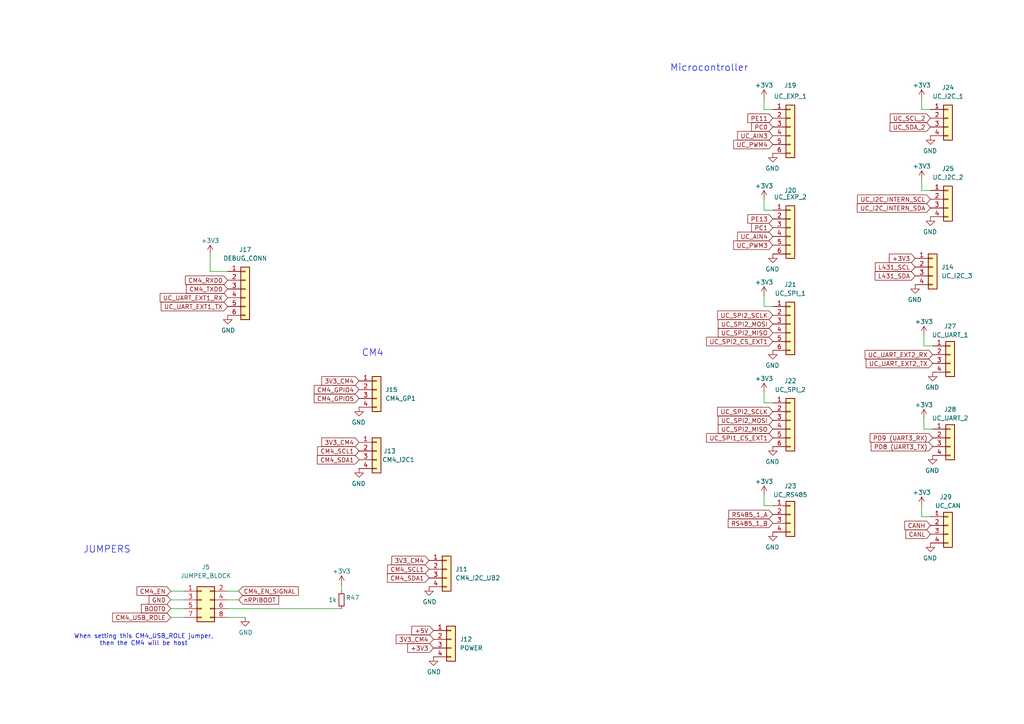
<source format=kicad_sch>
(kicad_sch (version 20250114) (generator "eeschema") (generator_version "9.0")
  (paper "A4")
  (lib_symbols
    (symbol "Conn_01x04_1" (pin_names (offset 1.016) (hide yes))
      (property "Reference" "J16" (at 0 8.255 0))
      (property "Value" "UC_UART_2" (at 0 5.715 0))
      (symbol "Conn_01x04_1_1_1"
        (rectangle (start -1.27 3.81) (end 1.27 -6.35) (stroke (width 0.254)) (fill (type background)))
        (rectangle (start -1.27 2.667) (end 0 2.413) (stroke (width 0.1524)))
        (rectangle (start -1.27 0.127) (end 0 -0.127) (stroke (width 0.1524)))
        (rectangle (start -1.27 -2.413) (end 0 -2.667) (stroke (width 0.1524)))
        (rectangle (start -1.27 -4.953) (end 0 -5.207) (stroke (width 0.1524)))
        (pin passive line (at -5.08 2.54 0) (length 3.81) (name "Pin_1") (number "1"))
        (pin passive line (at -5.08 0 0) (length 3.81) (name "Pin_2") (number "2"))
        (pin passive line (at -5.08 -2.54 0) (length 3.81) (name "Pin_3") (number "3"))
        (pin passive line (at -5.08 -5.08 0) (length 3.81) (name "Pin_4") (number "4"))
      )
    )
    (symbol "Connector_Generic:Conn_01x04" (pin_names (offset 1.016) (hide yes))
      (property "Reference" "J" (at 0 5.08 0))
      (property "Value" "Conn_01x04" (at 0 -7.62 0))
      (symbol "Conn_01x04_1_1"
        (rectangle (start -1.27 3.81) (end 1.27 -6.35) (stroke (width 0.254)) (fill (type background)))
        (rectangle (start -1.27 2.667) (end 0 2.413) (stroke (width 0.1524)))
        (rectangle (start -1.27 0.127) (end 0 -0.127) (stroke (width 0.1524)))
        (rectangle (start -1.27 -2.413) (end 0 -2.667) (stroke (width 0.1524)))
        (rectangle (start -1.27 -4.953) (end 0 -5.207) (stroke (width 0.1524)))
        (pin passive line (at -5.08 2.54 0) (length 3.81) (name "Pin_1") (number "1"))
        (pin passive line (at -5.08 0 0) (length 3.81) (name "Pin_2") (number "2"))
        (pin passive line (at -5.08 -2.54 0) (length 3.81) (name "Pin_3") (number "3"))
        (pin passive line (at -5.08 -5.08 0) (length 3.81) (name "Pin_4") (number "4"))
      )
    )
    (symbol "Connector_Generic:Conn_01x06" (pin_names (offset 1.016) (hide yes))
      (property "Reference" "J" (at 0 7.62 0))
      (property "Value" "Conn_01x06" (at 0 -10.16 0))
      (symbol "Conn_01x06_1_1"
        (rectangle (start -1.27 6.35) (end 1.27 -8.89) (stroke (width 0.254)) (fill (type background)))
        (rectangle (start -1.27 5.207) (end 0 4.953) (stroke (width 0.1524)))
        (rectangle (start -1.27 2.667) (end 0 2.413) (stroke (width 0.1524)))
        (rectangle (start -1.27 0.127) (end 0 -0.127) (stroke (width 0.1524)))
        (rectangle (start -1.27 -2.413) (end 0 -2.667) (stroke (width 0.1524)))
        (rectangle (start -1.27 -4.953) (end 0 -5.207) (stroke (width 0.1524)))
        (rectangle (start -1.27 -7.493) (end 0 -7.747) (stroke (width 0.1524)))
        (pin passive line (at -5.08 5.08 0) (length 3.81) (name "Pin_1") (number "1"))
        (pin passive line (at -5.08 2.54 0) (length 3.81) (name "Pin_2") (number "2"))
        (pin passive line (at -5.08 0 0) (length 3.81) (name "Pin_3") (number "3"))
        (pin passive line (at -5.08 -2.54 0) (length 3.81) (name "Pin_4") (number "4"))
        (pin passive line (at -5.08 -5.08 0) (length 3.81) (name "Pin_5") (number "5"))
        (pin passive line (at -5.08 -7.62 0) (length 3.81) (name "Pin_6") (number "6"))
      )
    )
    (symbol "Connector_Generic:Conn_02x04_Odd_Even" (pin_names (offset 1.016) (hide yes))
      (property "Reference" "J" (at 1.27 5.08 0))
      (property "Value" "Conn_02x04_Odd_Even" (at 1.27 -7.62 0))
      (symbol "Conn_02x04_Odd_Even_1_1"
        (rectangle (start -1.27 3.81) (end 3.81 -6.35) (stroke (width 0.254)) (fill (type background)))
        (rectangle (start -1.27 2.667) (end 0 2.413) (stroke (width 0.1524)))
        (rectangle (start -1.27 0.127) (end 0 -0.127) (stroke (width 0.1524)))
        (rectangle (start -1.27 -2.413) (end 0 -2.667) (stroke (width 0.1524)))
        (rectangle (start -1.27 -4.953) (end 0 -5.207) (stroke (width 0.1524)))
        (rectangle (start 3.81 2.667) (end 2.54 2.413) (stroke (width 0.1524)))
        (rectangle (start 3.81 0.127) (end 2.54 -0.127) (stroke (width 0.1524)))
        (rectangle (start 3.81 -2.413) (end 2.54 -2.667) (stroke (width 0.1524)))
        (rectangle (start 3.81 -4.953) (end 2.54 -5.207) (stroke (width 0.1524)))
        (pin passive line (at -5.08 2.54 0) (length 3.81) (name "Pin_1") (number "1"))
        (pin passive line (at -5.08 0 0) (length 3.81) (name "Pin_3") (number "3"))
        (pin passive line (at -5.08 -2.54 0) (length 3.81) (name "Pin_5") (number "5"))
        (pin passive line (at -5.08 -5.08 0) (length 3.81) (name "Pin_7") (number "7"))
        (pin passive line (at 7.62 2.54 180) (length 3.81) (name "Pin_2") (number "2"))
        (pin passive line (at 7.62 0 180) (length 3.81) (name "Pin_4") (number "4"))
        (pin passive line (at 7.62 -2.54 180) (length 3.81) (name "Pin_6") (number "6"))
        (pin passive line (at 7.62 -5.08 180) (length 3.81) (name "Pin_8") (number "8"))
      )
    )
    (symbol "Device:R_Small" (pin_numbers (hide yes)) (pin_names (offset 0.254) (hide yes))
      (property "Reference" "R" (at 0.762 0.508 0))
      (property "Value" "R_Small" (at 0.762 -1.016 0))
      (symbol "R_Small_0_1"
        (rectangle (start -0.762 1.778) (end 0.762 -1.778) (stroke (width 0.2032)))
      )
      (symbol "R_Small_1_1"
        (pin passive line (at 0 2.54 270) (length 0.762) (name "~") (number "1"))
        (pin passive line (at 0 -2.54 90) (length 0.762) (name "~") (number "2"))
      )
    )
    (symbol "power:+3V3" (power) (pin_names (offset 0))
      (property "Value" "+3V3" (at 0 3.556 0))
      (symbol "+3V3_0_1"
        (polyline (pts (xy -0.762 1.27) (xy 0 2.54)))
        (polyline (pts (xy 0 2.54) (xy 0.762 1.27)))
        (polyline (pts (xy 0 0) (xy 0 2.54)))
      )
      (symbol "+3V3_1_1"
        (pin power_in line (at 0 0 90) (length 0) (hide yes) (name "+3V3") (number "1"))
      )
    )
    (symbol "power:GND" (power) (pin_names (offset 0))
      (property "Value" "GND" (at 0 -3.81 0))
      (symbol "GND_0_1"
        (polyline (pts (xy 0 0) (xy 0 -1.27) (xy 1.27 -1.27) (xy 0 -2.54) (xy -1.27 -1.27) (xy 0 -1.27)))
      )
      (symbol "GND_1_1"
        (pin power_in line (at 0 0 270) (length 0) (hide yes) (name "GND") (number "1"))
      )
    )
  )
  (text "When setting this CM4_USB_ROLE jumper,\nthen the CM4 will be host" (at 41.656 185.674 0) (effects (font (size 1.27 1.27))))
  (text "JUMPERS" (at 24.13 160.655 0) (effects (font (size 2 2)) (justify left bottom)))
  (text "CM4" (at 104.902 103.632 0) (effects (font (size 2 2)) (justify left bottom)))
  (text "Microcontroller" (at 194.31 20.955 0) (effects (font (size 2 2)) (justify left bottom)))
  (wire (pts (xy 267.97 97.155) (xy 267.97 100.33)))
  (wire (pts (xy 221.615 57.785) (xy 221.615 60.96)))
  (wire (pts (xy 267.335 55.245) (xy 269.875 55.245)))
  (wire (pts (xy 267.335 31.75) (xy 269.875 31.75)))
  (wire (pts (xy 221.615 60.96) (xy 224.155 60.96)))
  (wire (pts (xy 221.615 116.84) (xy 224.155 116.84)))
  (wire (pts (xy 221.615 113.665) (xy 221.615 116.84)))
  (wire (pts (xy 221.615 85.725) (xy 221.615 88.9)))
  (wire (pts (xy 221.615 143.51) (xy 221.615 146.685)))
  (wire (pts (xy 66.04 179.07) (xy 71.12 179.07)))
  (wire (pts (xy 66.04 171.45) (xy 69.215 171.45)))
  (wire (pts (xy 267.335 28.575) (xy 267.335 31.75)))
  (wire (pts (xy 49.53 173.99) (xy 53.34 173.99)))
  (wire (pts (xy 49.53 176.53) (xy 53.34 176.53)))
  (wire (pts (xy 267.97 124.46) (xy 270.51 124.46)))
  (wire (pts (xy 221.615 146.685) (xy 224.155 146.685)))
  (wire (pts (xy 221.615 31.75) (xy 224.155 31.75)))
  (wire (pts (xy 221.615 88.9) (xy 224.155 88.9)))
  (wire (pts (xy 267.335 52.07) (xy 267.335 55.245)))
  (wire (pts (xy 60.96 78.74) (xy 66.04 78.74)))
  (wire (pts (xy 49.53 171.45) (xy 53.34 171.45)))
  (wire (pts (xy 66.04 176.53) (xy 99.06 176.53)))
  (wire (pts (xy 69.215 173.99) (xy 66.04 173.99)))
  (wire (pts (xy 267.97 121.285) (xy 267.97 124.46)))
  (wire (pts (xy 99.06 171.45) (xy 99.06 169.545)))
  (wire (pts (xy 267.335 149.86) (xy 269.875 149.86)))
  (wire (pts (xy 221.615 28.575) (xy 221.615 31.75)))
  (wire (pts (xy 267.335 146.685) (xy 267.335 149.86)))
  (wire (pts (xy 60.96 73.66) (xy 60.96 78.74)))
  (wire (pts (xy 267.97 100.33) (xy 270.51 100.33)))
  (wire (pts (xy 49.53 179.07) (xy 53.34 179.07)))
  (global_label "CM4_SDA1" (shape input) (at 124.46 167.64 180) (property "Intersheetrefs" "${INTERSHEET_REFS}" (effects (hide yes))))
  (global_label "GND" (shape input) (at 49.53 173.99 180) (property "Intersheetrefs" "${INTERSHEET_REFS}" (effects (hide yes))))
  (global_label "3V3_CM4" (shape input) (at 125.73 185.42 180) (property "Intersheetrefs" "${INTERSHEET_REFS}" (effects (hide yes))))
  (global_label "CM4_TXD0" (shape input) (at 66.04 83.82 180) (property "Intersheetrefs" "${INTERSHEET_REFS}" (effects (hide yes))))
  (global_label "+3V3" (shape input) (at 265.43 74.93 180) (property "Intersheetrefs" "${INTERSHEET_REFS}" (effects (hide yes))))
  (global_label "PE13" (shape input) (at 224.155 63.5 180) (property "Intersheetrefs" "${INTERSHEET_REFS}" (effects (hide yes))))
  (global_label "3V3_CM4" (shape input) (at 104.14 110.49 180) (property "Intersheetrefs" "${INTERSHEET_REFS}" (effects (hide yes))))
  (global_label "+3V3" (shape input) (at 125.73 187.96 180) (property "Intersheetrefs" "${INTERSHEET_REFS}" (effects (hide yes))))
  (global_label "UC_PWM3" (shape input) (at 224.155 71.12 180) (property "Intersheetrefs" "${INTERSHEET_REFS}" (effects (hide yes))))
  (global_label "UC_SPI2_CS_EXT1" (shape input) (at 224.155 99.06 180) (property "Intersheetrefs" "${INTERSHEET_REFS}" (effects (hide yes))))
  (global_label "UC_I2C_INTERN_SDA" (shape input) (at 269.875 60.325 180) (property "Intersheetrefs" "${INTERSHEET_REFS}" (effects (hide yes))))
  (global_label "PE11" (shape input) (at 224.155 34.29 180) (property "Intersheetrefs" "${INTERSHEET_REFS}" (effects (hide yes))))
  (global_label "CM4_GPIO4" (shape input) (at 104.14 113.03 180) (property "Intersheetrefs" "${INTERSHEET_REFS}" (effects (hide yes))))
  (global_label "UC_UART_EXT2_RX" (shape input) (at 270.51 102.87 180) (property "Intersheetrefs" "${INTERSHEET_REFS}" (effects (hide yes))))
  (global_label "UC_UART_EXT2_TX" (shape input) (at 270.51 105.41 180) (property "Intersheetrefs" "${INTERSHEET_REFS}" (effects (hide yes))))
  (global_label "L431_SDA" (shape input) (at 265.43 80.01 180) (property "Intersheetrefs" "${INTERSHEET_REFS}" (effects (hide yes))))
  (global_label "CM4_USB_ROLE" (shape input) (at 49.53 179.07 180) (property "Intersheetrefs" "${INTERSHEET_REFS}" (effects (hide yes))))
  (global_label "UC_SPI2_MISO" (shape input) (at 224.155 124.46 180) (property "Intersheetrefs" "${INTERSHEET_REFS}" (effects (hide yes))))
  (global_label "PD8 (UART3_TX)" (shape input) (at 270.51 129.54 180) (property "Intersheetrefs" "${INTERSHEET_REFS}" (effects (hide yes))))
  (global_label "UC_SPI2_MOSI" (shape input) (at 224.155 93.98 180) (property "Intersheetrefs" "${INTERSHEET_REFS}" (effects (hide yes))))
  (global_label "CANL" (shape input) (at 269.875 154.94 180) (property "Intersheetrefs" "${INTERSHEET_REFS}" (effects (hide yes))))
  (global_label "UC_SPI2_SCLK" (shape input) (at 224.155 91.44 180) (property "Intersheetrefs" "${INTERSHEET_REFS}" (effects (hide yes))))
  (global_label "nRPIBOOT" (shape input) (at 69.215 173.99 0) (property "Intersheetrefs" "${INTERSHEET_REFS}" (effects (hide yes))))
  (global_label "CM4_GPIO5" (shape input) (at 104.14 115.57 180) (property "Intersheetrefs" "${INTERSHEET_REFS}" (effects (hide yes))))
  (global_label "PD9 (UART3_RX)" (shape input) (at 270.51 127 180) (property "Intersheetrefs" "${INTERSHEET_REFS}" (effects (hide yes))))
  (global_label "CM4_RXD0" (shape input) (at 66.04 81.28 180) (property "Intersheetrefs" "${INTERSHEET_REFS}" (effects (hide yes))))
  (global_label "UC_AIN3" (shape input) (at 224.155 39.37 180) (property "Intersheetrefs" "${INTERSHEET_REFS}" (effects (hide yes))))
  (global_label "CM4_SDA1" (shape input) (at 104.14 133.35 180) (property "Intersheetrefs" "${INTERSHEET_REFS}" (effects (hide yes))))
  (global_label "UC_I2C_INTERN_SCL" (shape input) (at 269.875 57.785 180) (property "Intersheetrefs" "${INTERSHEET_REFS}" (effects (hide yes))))
  (global_label "PC1" (shape input) (at 224.155 66.04 180) (property "Intersheetrefs" "${INTERSHEET_REFS}" (effects (hide yes))))
  (global_label "L431_SCL" (shape input) (at 265.43 77.47 180) (property "Intersheetrefs" "${INTERSHEET_REFS}" (effects (hide yes))))
  (global_label "UC_SPI1_CS_EXT1" (shape input) (at 224.155 127 180) (property "Intersheetrefs" "${INTERSHEET_REFS}" (effects (hide yes))))
  (global_label "CM4_EN_SIGNAL" (shape input) (at 69.215 171.45 0) (property "Intersheetrefs" "${INTERSHEET_REFS}" (effects (hide yes))))
  (global_label "UC_SPI2_MISO" (shape input) (at 224.155 96.52 180) (property "Intersheetrefs" "${INTERSHEET_REFS}" (effects (hide yes))))
  (global_label "CANH" (shape input) (at 269.875 152.4 180) (property "Intersheetrefs" "${INTERSHEET_REFS}" (effects (hide yes))))
  (global_label "UC_SPI2_MOSI" (shape input) (at 224.155 121.92 180) (property "Intersheetrefs" "${INTERSHEET_REFS}" (effects (hide yes))))
  (global_label "CM4_SCL1" (shape input) (at 104.14 130.81 180) (property "Intersheetrefs" "${INTERSHEET_REFS}" (effects (hide yes))))
  (global_label "3V3_CM4" (shape input) (at 104.14 128.27 180) (property "Intersheetrefs" "${INTERSHEET_REFS}" (effects (hide yes))))
  (global_label "PC0" (shape input) (at 224.155 36.83 180) (property "Intersheetrefs" "${INTERSHEET_REFS}" (effects (hide yes))))
  (global_label "UC_SDA_2" (shape input) (at 269.875 36.83 180) (property "Intersheetrefs" "${INTERSHEET_REFS}" (effects (hide yes))))
  (global_label "BOOT0" (shape input) (at 49.53 176.53 180) (property "Intersheetrefs" "${INTERSHEET_REFS}" (effects (hide yes))))
  (global_label "+5V" (shape input) (at 125.73 182.88 180) (property "Intersheetrefs" "${INTERSHEET_REFS}" (effects (hide yes))))
  (global_label "UC_AIN4" (shape input) (at 224.155 68.58 180) (property "Intersheetrefs" "${INTERSHEET_REFS}" (effects (hide yes))))
  (global_label "RS485_1_A" (shape input) (at 224.155 149.225 180) (property "Intersheetrefs" "${INTERSHEET_REFS}" (effects (hide yes))))
  (global_label "RS485_1_B" (shape input) (at 224.155 151.765 180) (property "Intersheetrefs" "${INTERSHEET_REFS}" (effects (hide yes))))
  (global_label "UC_PWM4" (shape input) (at 224.155 41.91 180) (property "Intersheetrefs" "${INTERSHEET_REFS}" (effects (hide yes))))
  (global_label "UC_SPI2_SCLK" (shape input) (at 224.155 119.38 180) (property "Intersheetrefs" "${INTERSHEET_REFS}" (effects (hide yes))))
  (global_label "3V3_CM4" (shape input) (at 124.46 162.56 180) (property "Intersheetrefs" "${INTERSHEET_REFS}" (effects (hide yes))))
  (global_label "CM4_EN" (shape input) (at 49.53 171.45 180) (property "Intersheetrefs" "${INTERSHEET_REFS}" (effects (hide yes))))
  (global_label "UC_SCL_2" (shape input) (at 269.875 34.29 180) (property "Intersheetrefs" "${INTERSHEET_REFS}" (effects (hide yes))))
  (global_label "UC_UART_EXT1_RX" (shape input) (at 66.04 86.36 180) (property "Intersheetrefs" "${INTERSHEET_REFS}" (effects (hide yes))))
  (global_label "CM4_SCL1" (shape input) (at 124.46 165.1 180) (property "Intersheetrefs" "${INTERSHEET_REFS}" (effects (hide yes))))
  (global_label "UC_UART_EXT1_TX" (shape input) (at 66.04 88.9 180) (property "Intersheetrefs" "${INTERSHEET_REFS}" (effects (hide yes))))
  (symbol (lib_id "Connector_Generic:Conn_01x04") (at 109.22 130.81 0) (unit 1)
    (property "Reference" "J13" (at 113.03 130.81 0))
    (property "Value" "CM4_I2C1" (at 115.57 133.35 0))
    (property "Footprint" "Connector_JST:JST_GH_BM04B-GHS-TBT_1x04-1MP_P1.25mm_Vertical" (effects (hide yes)))
  )
  (symbol (lib_id "power:+3V3") (at 267.97 97.155 0) (unit 1)
    (property "Reference" "#PWR0111" (effects (hide yes)))
    (property "Value" "+3V3" (at 267.9729 93.3056 0))
  )
  (symbol (lib_id "power:GND") (at 265.43 82.55 0) (mirror y) (unit 1)
    (property "Reference" "#PWR076" (effects (hide yes)))
    (property "Value" "GND" (at 265.303 86.9442 0))
  )
  (symbol (lib_name "Conn_01x04_1") (lib_id "Connector_Generic:Conn_01x04") (at 275.59 127 0) (unit 1)
    (property "Reference" "J28" (at 275.59 118.745 0))
    (property "Value" "UC_UART_2" (at 275.59 121.285 0))
    (property "Footprint" "Connector_JST:JST_GH_BM04B-GHS-TBT_1x04-1MP_P1.25mm_Vertical" (effects (hide yes)))
  )
  (symbol (lib_id "power:GND") (at 269.875 39.37 0) (mirror y) (unit 1)
    (property "Reference" "#PWR0114" (effects (hide yes)))
    (property "Value" "GND" (at 269.748 43.7642 0))
  )
  (symbol (lib_id "power:GND") (at 270.51 107.95 0) (mirror y) (unit 1)
    (property "Reference" "#PWR0117" (effects (hide yes)))
    (property "Value" "GND" (at 270.383 112.3442 0))
  )
  (symbol (lib_id "power:GND") (at 224.155 129.54 0) (mirror y) (unit 1)
    (property "Reference" "#PWR0106" (effects (hide yes)))
    (property "Value" "GND" (at 224.028 133.9342 0))
  )
  (symbol (lib_id "Connector_Generic:Conn_01x04") (at 274.955 152.4 0) (unit 1)
    (property "Reference" "J29" (at 274.32 144.145 0))
    (property "Value" "UC_CAN" (at 274.955 146.685 0))
    (property "Footprint" "Connector_JST:JST_GH_BM04B-GHS-TBT_1x04-1MP_P1.25mm_Vertical" (effects (hide yes)))
  )
  (symbol (lib_id "power:GND") (at 269.875 157.48 0) (mirror y) (unit 1)
    (property "Reference" "#PWR0119" (effects (hide yes)))
    (property "Value" "GND" (at 269.748 161.8742 0))
  )
  (symbol (lib_id "power:GND") (at 224.155 101.6 0) (mirror y) (unit 1)
    (property "Reference" "#PWR0105" (effects (hide yes)))
    (property "Value" "GND" (at 224.028 105.9942 0))
  )
  (symbol (lib_id "Device:R_Small") (at 99.06 173.99 0) (unit 1)
    (property "Reference" "R47" (at 100.33 173.355 0) (effects (justify left)))
    (property "Value" "1k" (at 95.25 173.99 0) (effects (justify left)))
    (property "Footprint" "Resistor_SMD:R_0603_1608Metric" (effects (hide yes)))
  )
  (symbol (lib_id "Connector_Generic:Conn_01x06") (at 229.235 121.92 0) (unit 1)
    (property "Reference" "J22" (at 229.235 110.49 0))
    (property "Value" "UC_SPI_2" (at 229.235 113.03 0))
    (property "Footprint" "Connector_JST:JST_GH_BM06B-GHS-TBT_1x06-1MP_P1.25mm_Vertical" (effects (hide yes)))
  )
  (symbol (lib_id "Connector_Generic:Conn_01x04") (at 275.59 102.87 0) (unit 1)
    (property "Reference" "J27" (at 275.59 94.615 0))
    (property "Value" "UC_UART_1" (at 275.59 97.155 0))
    (property "Footprint" "Connector_JST:JST_GH_BM04B-GHS-TBT_1x04-1MP_P1.25mm_Vertical" (effects (hide yes)))
  )
  (symbol (lib_id "Connector_Generic:Conn_01x04") (at 129.54 165.1 0) (unit 1)
    (property "Reference" "J11" (at 132.08 165.0999 0) (effects (justify left)))
    (property "Value" "CM4_I2C_UB2" (at 132.08 167.6399 0) (effects (justify left)))
    (property "Footprint" "downloaded_parts:JST_SH_SM04B-SRSS-TB_1x04-1MP_P1.00mm_Horizontal" (effects (hide yes)))
  )
  (symbol (lib_id "Connector_Generic:Conn_01x04") (at 274.955 34.29 0) (unit 1)
    (property "Reference" "J24" (at 274.955 25.4 0))
    (property "Value" "UC_I2C_1" (at 274.955 27.94 0))
    (property "Footprint" "Connector_JST:JST_GH_BM04B-GHS-TBT_1x04-1MP_P1.25mm_Vertical" (effects (hide yes)))
  )
  (symbol (lib_id "power:+3V3") (at 267.97 121.285 0) (unit 1)
    (property "Reference" "#PWR0112" (effects (hide yes)))
    (property "Value" "+3V3" (at 267.9729 117.4356 0))
  )
  (symbol (lib_id "power:GND") (at 104.14 135.89 0) (mirror y) (unit 1)
    (property "Reference" "#PWR089" (effects (hide yes)))
    (property "Value" "GND" (at 104.013 140.2842 0))
  )
  (symbol (lib_id "Connector_Generic:Conn_01x06") (at 229.235 36.83 0) (unit 1)
    (property "Reference" "J19" (at 229.235 24.765 0))
    (property "Value" "UC_EXP_1" (at 229.235 27.94 0))
    (property "Footprint" "Connector_JST:JST_GH_BM06B-GHS-TBT_1x06-1MP_P1.25mm_Vertical" (effects (hide yes)))
  )
  (symbol (lib_id "power:+3V3") (at 221.615 28.575 0) (unit 1)
    (property "Reference" "#PWR098" (effects (hide yes)))
    (property "Value" "+3V3" (at 221.6179 24.7256 0))
  )
  (symbol (lib_id "power:GND") (at 270.51 132.08 0) (mirror y) (unit 1)
    (property "Reference" "#PWR0118" (effects (hide yes)))
    (property "Value" "GND" (at 270.383 136.4742 0))
  )
  (symbol (lib_id "Connector_Generic:Conn_01x04") (at 229.235 149.225 0) (unit 1)
    (property "Reference" "J23" (at 229.235 140.97 0))
    (property "Value" "UC_RS485" (at 229.235 143.51 0))
    (property "Footprint" "Connector_JST:JST_GH_BM04B-GHS-TBT_1x04-1MP_P1.25mm_Vertical" (effects (hide yes)))
  )
  (symbol (lib_id "power:GND") (at 224.155 73.66 0) (mirror y) (unit 1)
    (property "Reference" "#PWR0104" (effects (hide yes)))
    (property "Value" "GND" (at 224.028 78.0542 0))
  )
  (symbol (lib_id "power:+3V3") (at 221.615 57.785 0) (unit 1)
    (property "Reference" "#PWR099" (effects (hide yes)))
    (property "Value" "+3V3" (at 221.6179 53.9356 0))
  )
  (symbol (lib_id "Connector_Generic:Conn_02x04_Odd_Even") (at 58.42 173.99 0) (unit 1)
    (property "Reference" "J5" (at 59.69 164.465 0))
    (property "Value" "JUMPER_BLOCK" (at 59.69 167.005 0))
    (property "Footprint" "Connector_PinHeader_2.54mm:PinHeader_2x04_P2.54mm_Vertical" (effects (hide yes)))
  )
  (symbol (lib_id "power:GND") (at 125.73 190.5 0) (unit 1)
    (property "Reference" "#PWR075" (effects (hide yes)))
    (property "Value" "GND" (at 125.857 194.8942 0))
  )
  (symbol (lib_id "power:+3V3") (at 221.615 113.665 0) (unit 1)
    (property "Reference" "#PWR0101" (effects (hide yes)))
    (property "Value" "+3V3" (at 221.6179 109.8156 0))
  )
  (symbol (lib_id "power:GND") (at 124.46 170.18 0) (unit 1)
    (property "Reference" "#PWR074" (effects (hide yes)))
    (property "Value" "GND" (at 124.587 174.5742 0))
  )
  (symbol (lib_id "Connector_Generic:Conn_01x06") (at 229.235 66.04 0) (unit 1)
    (property "Reference" "J20" (at 229.235 55.245 0))
    (property "Value" "UC_EXP_2" (at 229.235 57.15 0))
    (property "Footprint" "Connector_JST:JST_GH_BM06B-GHS-TBT_1x06-1MP_P1.25mm_Vertical" (effects (hide yes)))
  )
  (symbol (lib_id "power:GND") (at 104.14 118.11 0) (mirror y) (unit 1)
    (property "Reference" "#PWR092" (effects (hide yes)))
    (property "Value" "GND" (at 104.013 122.5042 0))
  )
  (symbol (lib_id "Connector_Generic:Conn_01x04") (at 109.22 113.03 0) (unit 1)
    (property "Reference" "J15" (at 111.76 113.0299 0) (effects (justify left)))
    (property "Value" "CM4_GP1" (at 111.76 115.5699 0) (effects (justify left)))
    (property "Footprint" "Connector_JST:JST_GH_BM04B-GHS-TBT_1x04-1MP_P1.25mm_Vertical" (effects (hide yes)))
  )
  (symbol (lib_id "Connector_Generic:Conn_01x04") (at 270.51 77.47 0) (unit 1)
    (property "Reference" "J14" (at 273.05 77.4699 0) (effects (justify left)))
    (property "Value" "UC_I2C_3" (at 273.05 80.0099 0) (effects (justify left)))
    (property "Footprint" "downloaded_parts:JST_SH_SM04B-SRSS-TB_1x04-1MP_P1.00mm_Horizontal" (effects (hide yes)))
  )
  (symbol (lib_id "Connector_Generic:Conn_01x06") (at 229.235 93.98 0) (unit 1)
    (property "Reference" "J21" (at 229.235 82.55 0))
    (property "Value" "UC_SPI_1" (at 229.235 85.09 0))
    (property "Footprint" "Connector_JST:JST_GH_BM06B-GHS-TBT_1x06-1MP_P1.25mm_Vertical" (effects (hide yes)))
  )
  (symbol (lib_id "power:+3V3") (at 99.06 169.545 0) (unit 1)
    (property "Reference" "#PWR093" (effects (hide yes)))
    (property "Value" "+3V3" (at 99.0629 165.6956 0))
  )
  (symbol (lib_id "Connector_Generic:Conn_01x04") (at 274.955 57.785 0) (unit 1)
    (property "Reference" "J25" (at 274.955 48.895 0))
    (property "Value" "UC_I2C_2" (at 274.955 51.435 0))
    (property "Footprint" "Connector_JST:JST_GH_BM04B-GHS-TBT_1x04-1MP_P1.25mm_Vertical" (effects (hide yes)))
  )
  (symbol (lib_id "Connector_Generic:Conn_01x04") (at 130.81 185.42 0) (unit 1)
    (property "Reference" "J12" (at 133.35 185.4199 0) (effects (justify left)))
    (property "Value" "POWER" (at 133.35 187.9599 0) (effects (justify left)))
    (property "Footprint" "downloaded_parts:JST_SH_SM04B-SRSS-TB_1x04-1MP_P1.00mm_Horizontal" (effects (hide yes)))
  )
  (symbol (lib_id "power:+3V3") (at 267.335 52.07 0) (unit 1)
    (property "Reference" "#PWR0109" (effects (hide yes)))
    (property "Value" "+3V3" (at 267.3379 48.2206 0))
  )
  (symbol (lib_id "power:+3V3") (at 221.615 143.51 0) (unit 1)
    (property "Reference" "#PWR0102" (effects (hide yes)))
    (property "Value" "+3V3" (at 221.6179 139.6606 0))
  )
  (symbol (lib_id "power:GND") (at 224.155 44.45 0) (mirror y) (unit 1)
    (property "Reference" "#PWR0103" (effects (hide yes)))
    (property "Value" "GND" (at 224.028 48.8442 0))
  )
  (symbol (lib_id "power:GND") (at 66.04 91.44 0) (unit 1)
    (property "Reference" "#PWR095" (effects (hide yes)))
    (property "Value" "GND" (at 66.167 95.8342 0))
  )
  (symbol (lib_id "power:+3V3") (at 267.335 28.575 0) (unit 1)
    (property "Reference" "#PWR0108" (effects (hide yes)))
    (property "Value" "+3V3" (at 267.3379 24.7256 0))
  )
  (symbol (lib_id "Connector_Generic:Conn_01x06") (at 71.12 83.82 0) (unit 1)
    (property "Reference" "J17" (at 71.12 72.39 0))
    (property "Value" "DEBUG_CONN" (at 71.12 74.93 0))
    (property "Footprint" "Connector_JST:JST_GH_BM06B-GHS-TBT_1x06-1MP_P1.25mm_Vertical" (effects (hide yes)))
  )
  (symbol (lib_id "power:GND") (at 269.875 62.865 0) (mirror y) (unit 1)
    (property "Reference" "#PWR0115" (effects (hide yes)))
    (property "Value" "GND" (at 269.748 67.2592 0))
  )
  (symbol (lib_id "power:+3V3") (at 267.335 146.685 0) (unit 1)
    (property "Reference" "#PWR0113" (effects (hide yes)))
    (property "Value" "+3V3" (at 267.3379 142.8356 0))
  )
  (symbol (lib_id "power:+3V3") (at 60.96 73.66 0) (unit 1)
    (property "Reference" "#PWR017" (effects (hide yes)))
    (property "Value" "+3V3" (at 60.9629 69.8106 0))
  )
  (symbol (lib_id "power:GND") (at 71.12 179.07 0) (unit 1)
    (property "Reference" "#PWR02" (effects (hide yes)))
    (property "Value" "GND" (at 71.247 183.4642 0))
  )
  (symbol (lib_id "power:GND") (at 224.155 154.305 0) (mirror y) (unit 1)
    (property "Reference" "#PWR0107" (effects (hide yes)))
    (property "Value" "GND" (at 224.028 158.6992 0))
  )
  (symbol (lib_id "power:+3V3") (at 221.615 85.725 0) (unit 1)
    (property "Reference" "#PWR0100" (effects (hide yes)))
    (property "Value" "+3V3" (at 221.6179 81.8756 0))
  )
)
</source>
